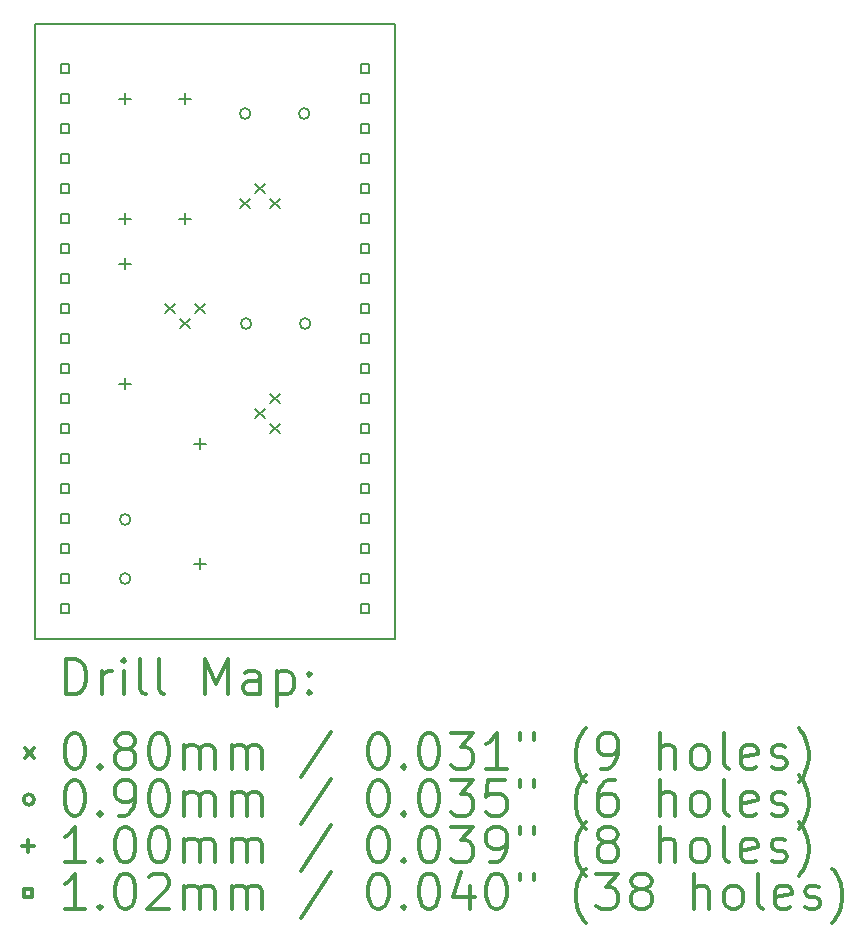
<source format=gbr>
%FSLAX45Y45*%
G04 Gerber Fmt 4.5, Leading zero omitted, Abs format (unit mm)*
G04 Created by KiCad (PCBNEW 4.0.3+e1-6302~38~ubuntu16.04.1-stable) date Thu Aug 25 11:34:35 2016*
%MOMM*%
%LPD*%
G01*
G04 APERTURE LIST*
%ADD10C,0.127000*%
%ADD11C,0.150000*%
%ADD12C,0.200000*%
%ADD13C,0.300000*%
G04 APERTURE END LIST*
D10*
D11*
X8890000Y-6604000D02*
X5842000Y-6604000D01*
X8890000Y-11811000D02*
X8890000Y-6604000D01*
X5842000Y-11811000D02*
X8890000Y-11811000D01*
X5842000Y-6604000D02*
X5842000Y-11811000D01*
D12*
X6945000Y-8977000D02*
X7025000Y-9057000D01*
X7025000Y-8977000D02*
X6945000Y-9057000D01*
X7072000Y-9104000D02*
X7152000Y-9184000D01*
X7152000Y-9104000D02*
X7072000Y-9184000D01*
X7199000Y-8977000D02*
X7279000Y-9057000D01*
X7279000Y-8977000D02*
X7199000Y-9057000D01*
X7580000Y-8088000D02*
X7660000Y-8168000D01*
X7660000Y-8088000D02*
X7580000Y-8168000D01*
X7707000Y-7961000D02*
X7787000Y-8041000D01*
X7787000Y-7961000D02*
X7707000Y-8041000D01*
X7707000Y-9866000D02*
X7787000Y-9946000D01*
X7787000Y-9866000D02*
X7707000Y-9946000D01*
X7834000Y-8088000D02*
X7914000Y-8168000D01*
X7914000Y-8088000D02*
X7834000Y-8168000D01*
X7834000Y-9739000D02*
X7914000Y-9819000D01*
X7914000Y-9739000D02*
X7834000Y-9819000D01*
X7834000Y-9993000D02*
X7914000Y-10073000D01*
X7914000Y-9993000D02*
X7834000Y-10073000D01*
X6649000Y-10803000D02*
G75*
G03X6649000Y-10803000I-45000J0D01*
G01*
X6649000Y-11303000D02*
G75*
G03X6649000Y-11303000I-45000J0D01*
G01*
X7665000Y-7366000D02*
G75*
G03X7665000Y-7366000I-45000J0D01*
G01*
X7673000Y-9144000D02*
G75*
G03X7673000Y-9144000I-45000J0D01*
G01*
X8165000Y-7366000D02*
G75*
G03X8165000Y-7366000I-45000J0D01*
G01*
X8173000Y-9144000D02*
G75*
G03X8173000Y-9144000I-45000J0D01*
G01*
X6604000Y-7188962D02*
X6604000Y-7289038D01*
X6553962Y-7239000D02*
X6654038Y-7239000D01*
X6604000Y-8204962D02*
X6604000Y-8305038D01*
X6553962Y-8255000D02*
X6654038Y-8255000D01*
X6604000Y-8585962D02*
X6604000Y-8686038D01*
X6553962Y-8636000D02*
X6654038Y-8636000D01*
X6604000Y-9601962D02*
X6604000Y-9702038D01*
X6553962Y-9652000D02*
X6654038Y-9652000D01*
X7112000Y-7188962D02*
X7112000Y-7289038D01*
X7061962Y-7239000D02*
X7162038Y-7239000D01*
X7112000Y-8204962D02*
X7112000Y-8305038D01*
X7061962Y-8255000D02*
X7162038Y-8255000D01*
X7239000Y-10109962D02*
X7239000Y-10210038D01*
X7188962Y-10160000D02*
X7289038Y-10160000D01*
X7239000Y-11125962D02*
X7239000Y-11226038D01*
X7188962Y-11176000D02*
X7289038Y-11176000D01*
X6131921Y-7020921D02*
X6131921Y-6949079D01*
X6060079Y-6949079D01*
X6060079Y-7020921D01*
X6131921Y-7020921D01*
X6131921Y-7274921D02*
X6131921Y-7203079D01*
X6060079Y-7203079D01*
X6060079Y-7274921D01*
X6131921Y-7274921D01*
X6131921Y-7528921D02*
X6131921Y-7457079D01*
X6060079Y-7457079D01*
X6060079Y-7528921D01*
X6131921Y-7528921D01*
X6131921Y-7782921D02*
X6131921Y-7711079D01*
X6060079Y-7711079D01*
X6060079Y-7782921D01*
X6131921Y-7782921D01*
X6131921Y-8036921D02*
X6131921Y-7965079D01*
X6060079Y-7965079D01*
X6060079Y-8036921D01*
X6131921Y-8036921D01*
X6131921Y-8290921D02*
X6131921Y-8219079D01*
X6060079Y-8219079D01*
X6060079Y-8290921D01*
X6131921Y-8290921D01*
X6131921Y-8544921D02*
X6131921Y-8473079D01*
X6060079Y-8473079D01*
X6060079Y-8544921D01*
X6131921Y-8544921D01*
X6131921Y-8798921D02*
X6131921Y-8727079D01*
X6060079Y-8727079D01*
X6060079Y-8798921D01*
X6131921Y-8798921D01*
X6131921Y-9052921D02*
X6131921Y-8981079D01*
X6060079Y-8981079D01*
X6060079Y-9052921D01*
X6131921Y-9052921D01*
X6131921Y-9306921D02*
X6131921Y-9235079D01*
X6060079Y-9235079D01*
X6060079Y-9306921D01*
X6131921Y-9306921D01*
X6131921Y-9560921D02*
X6131921Y-9489079D01*
X6060079Y-9489079D01*
X6060079Y-9560921D01*
X6131921Y-9560921D01*
X6131921Y-9814921D02*
X6131921Y-9743079D01*
X6060079Y-9743079D01*
X6060079Y-9814921D01*
X6131921Y-9814921D01*
X6131921Y-10068921D02*
X6131921Y-9997079D01*
X6060079Y-9997079D01*
X6060079Y-10068921D01*
X6131921Y-10068921D01*
X6131921Y-10322921D02*
X6131921Y-10251079D01*
X6060079Y-10251079D01*
X6060079Y-10322921D01*
X6131921Y-10322921D01*
X6131921Y-10576921D02*
X6131921Y-10505079D01*
X6060079Y-10505079D01*
X6060079Y-10576921D01*
X6131921Y-10576921D01*
X6131921Y-10830921D02*
X6131921Y-10759079D01*
X6060079Y-10759079D01*
X6060079Y-10830921D01*
X6131921Y-10830921D01*
X6131921Y-11084921D02*
X6131921Y-11013079D01*
X6060079Y-11013079D01*
X6060079Y-11084921D01*
X6131921Y-11084921D01*
X6131921Y-11338921D02*
X6131921Y-11267079D01*
X6060079Y-11267079D01*
X6060079Y-11338921D01*
X6131921Y-11338921D01*
X6131921Y-11592921D02*
X6131921Y-11521079D01*
X6060079Y-11521079D01*
X6060079Y-11592921D01*
X6131921Y-11592921D01*
X8671921Y-7020921D02*
X8671921Y-6949079D01*
X8600079Y-6949079D01*
X8600079Y-7020921D01*
X8671921Y-7020921D01*
X8671921Y-7274921D02*
X8671921Y-7203079D01*
X8600079Y-7203079D01*
X8600079Y-7274921D01*
X8671921Y-7274921D01*
X8671921Y-7528921D02*
X8671921Y-7457079D01*
X8600079Y-7457079D01*
X8600079Y-7528921D01*
X8671921Y-7528921D01*
X8671921Y-7782921D02*
X8671921Y-7711079D01*
X8600079Y-7711079D01*
X8600079Y-7782921D01*
X8671921Y-7782921D01*
X8671921Y-8036921D02*
X8671921Y-7965079D01*
X8600079Y-7965079D01*
X8600079Y-8036921D01*
X8671921Y-8036921D01*
X8671921Y-8290921D02*
X8671921Y-8219079D01*
X8600079Y-8219079D01*
X8600079Y-8290921D01*
X8671921Y-8290921D01*
X8671921Y-8544921D02*
X8671921Y-8473079D01*
X8600079Y-8473079D01*
X8600079Y-8544921D01*
X8671921Y-8544921D01*
X8671921Y-8798921D02*
X8671921Y-8727079D01*
X8600079Y-8727079D01*
X8600079Y-8798921D01*
X8671921Y-8798921D01*
X8671921Y-9052921D02*
X8671921Y-8981079D01*
X8600079Y-8981079D01*
X8600079Y-9052921D01*
X8671921Y-9052921D01*
X8671921Y-9306921D02*
X8671921Y-9235079D01*
X8600079Y-9235079D01*
X8600079Y-9306921D01*
X8671921Y-9306921D01*
X8671921Y-9560921D02*
X8671921Y-9489079D01*
X8600079Y-9489079D01*
X8600079Y-9560921D01*
X8671921Y-9560921D01*
X8671921Y-9814921D02*
X8671921Y-9743079D01*
X8600079Y-9743079D01*
X8600079Y-9814921D01*
X8671921Y-9814921D01*
X8671921Y-10068921D02*
X8671921Y-9997079D01*
X8600079Y-9997079D01*
X8600079Y-10068921D01*
X8671921Y-10068921D01*
X8671921Y-10322921D02*
X8671921Y-10251079D01*
X8600079Y-10251079D01*
X8600079Y-10322921D01*
X8671921Y-10322921D01*
X8671921Y-10576921D02*
X8671921Y-10505079D01*
X8600079Y-10505079D01*
X8600079Y-10576921D01*
X8671921Y-10576921D01*
X8671921Y-10830921D02*
X8671921Y-10759079D01*
X8600079Y-10759079D01*
X8600079Y-10830921D01*
X8671921Y-10830921D01*
X8671921Y-11084921D02*
X8671921Y-11013079D01*
X8600079Y-11013079D01*
X8600079Y-11084921D01*
X8671921Y-11084921D01*
X8671921Y-11338921D02*
X8671921Y-11267079D01*
X8600079Y-11267079D01*
X8600079Y-11338921D01*
X8671921Y-11338921D01*
X8671921Y-11592921D02*
X8671921Y-11521079D01*
X8600079Y-11521079D01*
X8600079Y-11592921D01*
X8671921Y-11592921D01*
D13*
X6105928Y-12284214D02*
X6105928Y-11984214D01*
X6177357Y-11984214D01*
X6220214Y-11998500D01*
X6248786Y-12027071D01*
X6263071Y-12055643D01*
X6277357Y-12112786D01*
X6277357Y-12155643D01*
X6263071Y-12212786D01*
X6248786Y-12241357D01*
X6220214Y-12269929D01*
X6177357Y-12284214D01*
X6105928Y-12284214D01*
X6405928Y-12284214D02*
X6405928Y-12084214D01*
X6405928Y-12141357D02*
X6420214Y-12112786D01*
X6434500Y-12098500D01*
X6463071Y-12084214D01*
X6491643Y-12084214D01*
X6591643Y-12284214D02*
X6591643Y-12084214D01*
X6591643Y-11984214D02*
X6577357Y-11998500D01*
X6591643Y-12012786D01*
X6605928Y-11998500D01*
X6591643Y-11984214D01*
X6591643Y-12012786D01*
X6777357Y-12284214D02*
X6748786Y-12269929D01*
X6734500Y-12241357D01*
X6734500Y-11984214D01*
X6934500Y-12284214D02*
X6905928Y-12269929D01*
X6891643Y-12241357D01*
X6891643Y-11984214D01*
X7277357Y-12284214D02*
X7277357Y-11984214D01*
X7377357Y-12198500D01*
X7477357Y-11984214D01*
X7477357Y-12284214D01*
X7748786Y-12284214D02*
X7748786Y-12127071D01*
X7734500Y-12098500D01*
X7705928Y-12084214D01*
X7648786Y-12084214D01*
X7620214Y-12098500D01*
X7748786Y-12269929D02*
X7720214Y-12284214D01*
X7648786Y-12284214D01*
X7620214Y-12269929D01*
X7605928Y-12241357D01*
X7605928Y-12212786D01*
X7620214Y-12184214D01*
X7648786Y-12169929D01*
X7720214Y-12169929D01*
X7748786Y-12155643D01*
X7891643Y-12084214D02*
X7891643Y-12384214D01*
X7891643Y-12098500D02*
X7920214Y-12084214D01*
X7977357Y-12084214D01*
X8005928Y-12098500D01*
X8020214Y-12112786D01*
X8034500Y-12141357D01*
X8034500Y-12227071D01*
X8020214Y-12255643D01*
X8005928Y-12269929D01*
X7977357Y-12284214D01*
X7920214Y-12284214D01*
X7891643Y-12269929D01*
X8163071Y-12255643D02*
X8177357Y-12269929D01*
X8163071Y-12284214D01*
X8148786Y-12269929D01*
X8163071Y-12255643D01*
X8163071Y-12284214D01*
X8163071Y-12098500D02*
X8177357Y-12112786D01*
X8163071Y-12127071D01*
X8148786Y-12112786D01*
X8163071Y-12098500D01*
X8163071Y-12127071D01*
X5754500Y-12738500D02*
X5834500Y-12818500D01*
X5834500Y-12738500D02*
X5754500Y-12818500D01*
X6163071Y-12614214D02*
X6191643Y-12614214D01*
X6220214Y-12628500D01*
X6234500Y-12642786D01*
X6248786Y-12671357D01*
X6263071Y-12728500D01*
X6263071Y-12799929D01*
X6248786Y-12857071D01*
X6234500Y-12885643D01*
X6220214Y-12899929D01*
X6191643Y-12914214D01*
X6163071Y-12914214D01*
X6134500Y-12899929D01*
X6120214Y-12885643D01*
X6105928Y-12857071D01*
X6091643Y-12799929D01*
X6091643Y-12728500D01*
X6105928Y-12671357D01*
X6120214Y-12642786D01*
X6134500Y-12628500D01*
X6163071Y-12614214D01*
X6391643Y-12885643D02*
X6405928Y-12899929D01*
X6391643Y-12914214D01*
X6377357Y-12899929D01*
X6391643Y-12885643D01*
X6391643Y-12914214D01*
X6577357Y-12742786D02*
X6548786Y-12728500D01*
X6534500Y-12714214D01*
X6520214Y-12685643D01*
X6520214Y-12671357D01*
X6534500Y-12642786D01*
X6548786Y-12628500D01*
X6577357Y-12614214D01*
X6634500Y-12614214D01*
X6663071Y-12628500D01*
X6677357Y-12642786D01*
X6691643Y-12671357D01*
X6691643Y-12685643D01*
X6677357Y-12714214D01*
X6663071Y-12728500D01*
X6634500Y-12742786D01*
X6577357Y-12742786D01*
X6548786Y-12757071D01*
X6534500Y-12771357D01*
X6520214Y-12799929D01*
X6520214Y-12857071D01*
X6534500Y-12885643D01*
X6548786Y-12899929D01*
X6577357Y-12914214D01*
X6634500Y-12914214D01*
X6663071Y-12899929D01*
X6677357Y-12885643D01*
X6691643Y-12857071D01*
X6691643Y-12799929D01*
X6677357Y-12771357D01*
X6663071Y-12757071D01*
X6634500Y-12742786D01*
X6877357Y-12614214D02*
X6905928Y-12614214D01*
X6934500Y-12628500D01*
X6948786Y-12642786D01*
X6963071Y-12671357D01*
X6977357Y-12728500D01*
X6977357Y-12799929D01*
X6963071Y-12857071D01*
X6948786Y-12885643D01*
X6934500Y-12899929D01*
X6905928Y-12914214D01*
X6877357Y-12914214D01*
X6848786Y-12899929D01*
X6834500Y-12885643D01*
X6820214Y-12857071D01*
X6805928Y-12799929D01*
X6805928Y-12728500D01*
X6820214Y-12671357D01*
X6834500Y-12642786D01*
X6848786Y-12628500D01*
X6877357Y-12614214D01*
X7105928Y-12914214D02*
X7105928Y-12714214D01*
X7105928Y-12742786D02*
X7120214Y-12728500D01*
X7148786Y-12714214D01*
X7191643Y-12714214D01*
X7220214Y-12728500D01*
X7234500Y-12757071D01*
X7234500Y-12914214D01*
X7234500Y-12757071D02*
X7248786Y-12728500D01*
X7277357Y-12714214D01*
X7320214Y-12714214D01*
X7348786Y-12728500D01*
X7363071Y-12757071D01*
X7363071Y-12914214D01*
X7505928Y-12914214D02*
X7505928Y-12714214D01*
X7505928Y-12742786D02*
X7520214Y-12728500D01*
X7548786Y-12714214D01*
X7591643Y-12714214D01*
X7620214Y-12728500D01*
X7634500Y-12757071D01*
X7634500Y-12914214D01*
X7634500Y-12757071D02*
X7648786Y-12728500D01*
X7677357Y-12714214D01*
X7720214Y-12714214D01*
X7748786Y-12728500D01*
X7763071Y-12757071D01*
X7763071Y-12914214D01*
X8348786Y-12599929D02*
X8091643Y-12985643D01*
X8734500Y-12614214D02*
X8763071Y-12614214D01*
X8791643Y-12628500D01*
X8805928Y-12642786D01*
X8820214Y-12671357D01*
X8834500Y-12728500D01*
X8834500Y-12799929D01*
X8820214Y-12857071D01*
X8805928Y-12885643D01*
X8791643Y-12899929D01*
X8763071Y-12914214D01*
X8734500Y-12914214D01*
X8705928Y-12899929D01*
X8691643Y-12885643D01*
X8677357Y-12857071D01*
X8663071Y-12799929D01*
X8663071Y-12728500D01*
X8677357Y-12671357D01*
X8691643Y-12642786D01*
X8705928Y-12628500D01*
X8734500Y-12614214D01*
X8963071Y-12885643D02*
X8977357Y-12899929D01*
X8963071Y-12914214D01*
X8948786Y-12899929D01*
X8963071Y-12885643D01*
X8963071Y-12914214D01*
X9163071Y-12614214D02*
X9191643Y-12614214D01*
X9220214Y-12628500D01*
X9234500Y-12642786D01*
X9248786Y-12671357D01*
X9263071Y-12728500D01*
X9263071Y-12799929D01*
X9248786Y-12857071D01*
X9234500Y-12885643D01*
X9220214Y-12899929D01*
X9191643Y-12914214D01*
X9163071Y-12914214D01*
X9134500Y-12899929D01*
X9120214Y-12885643D01*
X9105928Y-12857071D01*
X9091643Y-12799929D01*
X9091643Y-12728500D01*
X9105928Y-12671357D01*
X9120214Y-12642786D01*
X9134500Y-12628500D01*
X9163071Y-12614214D01*
X9363071Y-12614214D02*
X9548786Y-12614214D01*
X9448786Y-12728500D01*
X9491643Y-12728500D01*
X9520214Y-12742786D01*
X9534500Y-12757071D01*
X9548786Y-12785643D01*
X9548786Y-12857071D01*
X9534500Y-12885643D01*
X9520214Y-12899929D01*
X9491643Y-12914214D01*
X9405928Y-12914214D01*
X9377357Y-12899929D01*
X9363071Y-12885643D01*
X9834500Y-12914214D02*
X9663071Y-12914214D01*
X9748786Y-12914214D02*
X9748786Y-12614214D01*
X9720214Y-12657071D01*
X9691643Y-12685643D01*
X9663071Y-12699929D01*
X9948786Y-12614214D02*
X9948786Y-12671357D01*
X10063071Y-12614214D02*
X10063071Y-12671357D01*
X10505928Y-13028500D02*
X10491643Y-13014214D01*
X10463071Y-12971357D01*
X10448786Y-12942786D01*
X10434500Y-12899929D01*
X10420214Y-12828500D01*
X10420214Y-12771357D01*
X10434500Y-12699929D01*
X10448786Y-12657071D01*
X10463071Y-12628500D01*
X10491643Y-12585643D01*
X10505928Y-12571357D01*
X10634500Y-12914214D02*
X10691643Y-12914214D01*
X10720214Y-12899929D01*
X10734500Y-12885643D01*
X10763071Y-12842786D01*
X10777357Y-12785643D01*
X10777357Y-12671357D01*
X10763071Y-12642786D01*
X10748786Y-12628500D01*
X10720214Y-12614214D01*
X10663071Y-12614214D01*
X10634500Y-12628500D01*
X10620214Y-12642786D01*
X10605928Y-12671357D01*
X10605928Y-12742786D01*
X10620214Y-12771357D01*
X10634500Y-12785643D01*
X10663071Y-12799929D01*
X10720214Y-12799929D01*
X10748786Y-12785643D01*
X10763071Y-12771357D01*
X10777357Y-12742786D01*
X11134500Y-12914214D02*
X11134500Y-12614214D01*
X11263071Y-12914214D02*
X11263071Y-12757071D01*
X11248785Y-12728500D01*
X11220214Y-12714214D01*
X11177357Y-12714214D01*
X11148786Y-12728500D01*
X11134500Y-12742786D01*
X11448785Y-12914214D02*
X11420214Y-12899929D01*
X11405928Y-12885643D01*
X11391643Y-12857071D01*
X11391643Y-12771357D01*
X11405928Y-12742786D01*
X11420214Y-12728500D01*
X11448785Y-12714214D01*
X11491643Y-12714214D01*
X11520214Y-12728500D01*
X11534500Y-12742786D01*
X11548785Y-12771357D01*
X11548785Y-12857071D01*
X11534500Y-12885643D01*
X11520214Y-12899929D01*
X11491643Y-12914214D01*
X11448785Y-12914214D01*
X11720214Y-12914214D02*
X11691643Y-12899929D01*
X11677357Y-12871357D01*
X11677357Y-12614214D01*
X11948786Y-12899929D02*
X11920214Y-12914214D01*
X11863071Y-12914214D01*
X11834500Y-12899929D01*
X11820214Y-12871357D01*
X11820214Y-12757071D01*
X11834500Y-12728500D01*
X11863071Y-12714214D01*
X11920214Y-12714214D01*
X11948786Y-12728500D01*
X11963071Y-12757071D01*
X11963071Y-12785643D01*
X11820214Y-12814214D01*
X12077357Y-12899929D02*
X12105928Y-12914214D01*
X12163071Y-12914214D01*
X12191643Y-12899929D01*
X12205928Y-12871357D01*
X12205928Y-12857071D01*
X12191643Y-12828500D01*
X12163071Y-12814214D01*
X12120214Y-12814214D01*
X12091643Y-12799929D01*
X12077357Y-12771357D01*
X12077357Y-12757071D01*
X12091643Y-12728500D01*
X12120214Y-12714214D01*
X12163071Y-12714214D01*
X12191643Y-12728500D01*
X12305928Y-13028500D02*
X12320214Y-13014214D01*
X12348786Y-12971357D01*
X12363071Y-12942786D01*
X12377357Y-12899929D01*
X12391643Y-12828500D01*
X12391643Y-12771357D01*
X12377357Y-12699929D01*
X12363071Y-12657071D01*
X12348786Y-12628500D01*
X12320214Y-12585643D01*
X12305928Y-12571357D01*
X5834500Y-13174500D02*
G75*
G03X5834500Y-13174500I-45000J0D01*
G01*
X6163071Y-13010214D02*
X6191643Y-13010214D01*
X6220214Y-13024500D01*
X6234500Y-13038786D01*
X6248786Y-13067357D01*
X6263071Y-13124500D01*
X6263071Y-13195929D01*
X6248786Y-13253071D01*
X6234500Y-13281643D01*
X6220214Y-13295929D01*
X6191643Y-13310214D01*
X6163071Y-13310214D01*
X6134500Y-13295929D01*
X6120214Y-13281643D01*
X6105928Y-13253071D01*
X6091643Y-13195929D01*
X6091643Y-13124500D01*
X6105928Y-13067357D01*
X6120214Y-13038786D01*
X6134500Y-13024500D01*
X6163071Y-13010214D01*
X6391643Y-13281643D02*
X6405928Y-13295929D01*
X6391643Y-13310214D01*
X6377357Y-13295929D01*
X6391643Y-13281643D01*
X6391643Y-13310214D01*
X6548786Y-13310214D02*
X6605928Y-13310214D01*
X6634500Y-13295929D01*
X6648786Y-13281643D01*
X6677357Y-13238786D01*
X6691643Y-13181643D01*
X6691643Y-13067357D01*
X6677357Y-13038786D01*
X6663071Y-13024500D01*
X6634500Y-13010214D01*
X6577357Y-13010214D01*
X6548786Y-13024500D01*
X6534500Y-13038786D01*
X6520214Y-13067357D01*
X6520214Y-13138786D01*
X6534500Y-13167357D01*
X6548786Y-13181643D01*
X6577357Y-13195929D01*
X6634500Y-13195929D01*
X6663071Y-13181643D01*
X6677357Y-13167357D01*
X6691643Y-13138786D01*
X6877357Y-13010214D02*
X6905928Y-13010214D01*
X6934500Y-13024500D01*
X6948786Y-13038786D01*
X6963071Y-13067357D01*
X6977357Y-13124500D01*
X6977357Y-13195929D01*
X6963071Y-13253071D01*
X6948786Y-13281643D01*
X6934500Y-13295929D01*
X6905928Y-13310214D01*
X6877357Y-13310214D01*
X6848786Y-13295929D01*
X6834500Y-13281643D01*
X6820214Y-13253071D01*
X6805928Y-13195929D01*
X6805928Y-13124500D01*
X6820214Y-13067357D01*
X6834500Y-13038786D01*
X6848786Y-13024500D01*
X6877357Y-13010214D01*
X7105928Y-13310214D02*
X7105928Y-13110214D01*
X7105928Y-13138786D02*
X7120214Y-13124500D01*
X7148786Y-13110214D01*
X7191643Y-13110214D01*
X7220214Y-13124500D01*
X7234500Y-13153071D01*
X7234500Y-13310214D01*
X7234500Y-13153071D02*
X7248786Y-13124500D01*
X7277357Y-13110214D01*
X7320214Y-13110214D01*
X7348786Y-13124500D01*
X7363071Y-13153071D01*
X7363071Y-13310214D01*
X7505928Y-13310214D02*
X7505928Y-13110214D01*
X7505928Y-13138786D02*
X7520214Y-13124500D01*
X7548786Y-13110214D01*
X7591643Y-13110214D01*
X7620214Y-13124500D01*
X7634500Y-13153071D01*
X7634500Y-13310214D01*
X7634500Y-13153071D02*
X7648786Y-13124500D01*
X7677357Y-13110214D01*
X7720214Y-13110214D01*
X7748786Y-13124500D01*
X7763071Y-13153071D01*
X7763071Y-13310214D01*
X8348786Y-12995929D02*
X8091643Y-13381643D01*
X8734500Y-13010214D02*
X8763071Y-13010214D01*
X8791643Y-13024500D01*
X8805928Y-13038786D01*
X8820214Y-13067357D01*
X8834500Y-13124500D01*
X8834500Y-13195929D01*
X8820214Y-13253071D01*
X8805928Y-13281643D01*
X8791643Y-13295929D01*
X8763071Y-13310214D01*
X8734500Y-13310214D01*
X8705928Y-13295929D01*
X8691643Y-13281643D01*
X8677357Y-13253071D01*
X8663071Y-13195929D01*
X8663071Y-13124500D01*
X8677357Y-13067357D01*
X8691643Y-13038786D01*
X8705928Y-13024500D01*
X8734500Y-13010214D01*
X8963071Y-13281643D02*
X8977357Y-13295929D01*
X8963071Y-13310214D01*
X8948786Y-13295929D01*
X8963071Y-13281643D01*
X8963071Y-13310214D01*
X9163071Y-13010214D02*
X9191643Y-13010214D01*
X9220214Y-13024500D01*
X9234500Y-13038786D01*
X9248786Y-13067357D01*
X9263071Y-13124500D01*
X9263071Y-13195929D01*
X9248786Y-13253071D01*
X9234500Y-13281643D01*
X9220214Y-13295929D01*
X9191643Y-13310214D01*
X9163071Y-13310214D01*
X9134500Y-13295929D01*
X9120214Y-13281643D01*
X9105928Y-13253071D01*
X9091643Y-13195929D01*
X9091643Y-13124500D01*
X9105928Y-13067357D01*
X9120214Y-13038786D01*
X9134500Y-13024500D01*
X9163071Y-13010214D01*
X9363071Y-13010214D02*
X9548786Y-13010214D01*
X9448786Y-13124500D01*
X9491643Y-13124500D01*
X9520214Y-13138786D01*
X9534500Y-13153071D01*
X9548786Y-13181643D01*
X9548786Y-13253071D01*
X9534500Y-13281643D01*
X9520214Y-13295929D01*
X9491643Y-13310214D01*
X9405928Y-13310214D01*
X9377357Y-13295929D01*
X9363071Y-13281643D01*
X9820214Y-13010214D02*
X9677357Y-13010214D01*
X9663071Y-13153071D01*
X9677357Y-13138786D01*
X9705928Y-13124500D01*
X9777357Y-13124500D01*
X9805928Y-13138786D01*
X9820214Y-13153071D01*
X9834500Y-13181643D01*
X9834500Y-13253071D01*
X9820214Y-13281643D01*
X9805928Y-13295929D01*
X9777357Y-13310214D01*
X9705928Y-13310214D01*
X9677357Y-13295929D01*
X9663071Y-13281643D01*
X9948786Y-13010214D02*
X9948786Y-13067357D01*
X10063071Y-13010214D02*
X10063071Y-13067357D01*
X10505928Y-13424500D02*
X10491643Y-13410214D01*
X10463071Y-13367357D01*
X10448786Y-13338786D01*
X10434500Y-13295929D01*
X10420214Y-13224500D01*
X10420214Y-13167357D01*
X10434500Y-13095929D01*
X10448786Y-13053071D01*
X10463071Y-13024500D01*
X10491643Y-12981643D01*
X10505928Y-12967357D01*
X10748786Y-13010214D02*
X10691643Y-13010214D01*
X10663071Y-13024500D01*
X10648786Y-13038786D01*
X10620214Y-13081643D01*
X10605928Y-13138786D01*
X10605928Y-13253071D01*
X10620214Y-13281643D01*
X10634500Y-13295929D01*
X10663071Y-13310214D01*
X10720214Y-13310214D01*
X10748786Y-13295929D01*
X10763071Y-13281643D01*
X10777357Y-13253071D01*
X10777357Y-13181643D01*
X10763071Y-13153071D01*
X10748786Y-13138786D01*
X10720214Y-13124500D01*
X10663071Y-13124500D01*
X10634500Y-13138786D01*
X10620214Y-13153071D01*
X10605928Y-13181643D01*
X11134500Y-13310214D02*
X11134500Y-13010214D01*
X11263071Y-13310214D02*
X11263071Y-13153071D01*
X11248785Y-13124500D01*
X11220214Y-13110214D01*
X11177357Y-13110214D01*
X11148786Y-13124500D01*
X11134500Y-13138786D01*
X11448785Y-13310214D02*
X11420214Y-13295929D01*
X11405928Y-13281643D01*
X11391643Y-13253071D01*
X11391643Y-13167357D01*
X11405928Y-13138786D01*
X11420214Y-13124500D01*
X11448785Y-13110214D01*
X11491643Y-13110214D01*
X11520214Y-13124500D01*
X11534500Y-13138786D01*
X11548785Y-13167357D01*
X11548785Y-13253071D01*
X11534500Y-13281643D01*
X11520214Y-13295929D01*
X11491643Y-13310214D01*
X11448785Y-13310214D01*
X11720214Y-13310214D02*
X11691643Y-13295929D01*
X11677357Y-13267357D01*
X11677357Y-13010214D01*
X11948786Y-13295929D02*
X11920214Y-13310214D01*
X11863071Y-13310214D01*
X11834500Y-13295929D01*
X11820214Y-13267357D01*
X11820214Y-13153071D01*
X11834500Y-13124500D01*
X11863071Y-13110214D01*
X11920214Y-13110214D01*
X11948786Y-13124500D01*
X11963071Y-13153071D01*
X11963071Y-13181643D01*
X11820214Y-13210214D01*
X12077357Y-13295929D02*
X12105928Y-13310214D01*
X12163071Y-13310214D01*
X12191643Y-13295929D01*
X12205928Y-13267357D01*
X12205928Y-13253071D01*
X12191643Y-13224500D01*
X12163071Y-13210214D01*
X12120214Y-13210214D01*
X12091643Y-13195929D01*
X12077357Y-13167357D01*
X12077357Y-13153071D01*
X12091643Y-13124500D01*
X12120214Y-13110214D01*
X12163071Y-13110214D01*
X12191643Y-13124500D01*
X12305928Y-13424500D02*
X12320214Y-13410214D01*
X12348786Y-13367357D01*
X12363071Y-13338786D01*
X12377357Y-13295929D01*
X12391643Y-13224500D01*
X12391643Y-13167357D01*
X12377357Y-13095929D01*
X12363071Y-13053071D01*
X12348786Y-13024500D01*
X12320214Y-12981643D01*
X12305928Y-12967357D01*
X5784462Y-13520462D02*
X5784462Y-13620538D01*
X5734424Y-13570500D02*
X5834500Y-13570500D01*
X6263071Y-13706214D02*
X6091643Y-13706214D01*
X6177357Y-13706214D02*
X6177357Y-13406214D01*
X6148786Y-13449071D01*
X6120214Y-13477643D01*
X6091643Y-13491929D01*
X6391643Y-13677643D02*
X6405928Y-13691929D01*
X6391643Y-13706214D01*
X6377357Y-13691929D01*
X6391643Y-13677643D01*
X6391643Y-13706214D01*
X6591643Y-13406214D02*
X6620214Y-13406214D01*
X6648786Y-13420500D01*
X6663071Y-13434786D01*
X6677357Y-13463357D01*
X6691643Y-13520500D01*
X6691643Y-13591929D01*
X6677357Y-13649071D01*
X6663071Y-13677643D01*
X6648786Y-13691929D01*
X6620214Y-13706214D01*
X6591643Y-13706214D01*
X6563071Y-13691929D01*
X6548786Y-13677643D01*
X6534500Y-13649071D01*
X6520214Y-13591929D01*
X6520214Y-13520500D01*
X6534500Y-13463357D01*
X6548786Y-13434786D01*
X6563071Y-13420500D01*
X6591643Y-13406214D01*
X6877357Y-13406214D02*
X6905928Y-13406214D01*
X6934500Y-13420500D01*
X6948786Y-13434786D01*
X6963071Y-13463357D01*
X6977357Y-13520500D01*
X6977357Y-13591929D01*
X6963071Y-13649071D01*
X6948786Y-13677643D01*
X6934500Y-13691929D01*
X6905928Y-13706214D01*
X6877357Y-13706214D01*
X6848786Y-13691929D01*
X6834500Y-13677643D01*
X6820214Y-13649071D01*
X6805928Y-13591929D01*
X6805928Y-13520500D01*
X6820214Y-13463357D01*
X6834500Y-13434786D01*
X6848786Y-13420500D01*
X6877357Y-13406214D01*
X7105928Y-13706214D02*
X7105928Y-13506214D01*
X7105928Y-13534786D02*
X7120214Y-13520500D01*
X7148786Y-13506214D01*
X7191643Y-13506214D01*
X7220214Y-13520500D01*
X7234500Y-13549071D01*
X7234500Y-13706214D01*
X7234500Y-13549071D02*
X7248786Y-13520500D01*
X7277357Y-13506214D01*
X7320214Y-13506214D01*
X7348786Y-13520500D01*
X7363071Y-13549071D01*
X7363071Y-13706214D01*
X7505928Y-13706214D02*
X7505928Y-13506214D01*
X7505928Y-13534786D02*
X7520214Y-13520500D01*
X7548786Y-13506214D01*
X7591643Y-13506214D01*
X7620214Y-13520500D01*
X7634500Y-13549071D01*
X7634500Y-13706214D01*
X7634500Y-13549071D02*
X7648786Y-13520500D01*
X7677357Y-13506214D01*
X7720214Y-13506214D01*
X7748786Y-13520500D01*
X7763071Y-13549071D01*
X7763071Y-13706214D01*
X8348786Y-13391929D02*
X8091643Y-13777643D01*
X8734500Y-13406214D02*
X8763071Y-13406214D01*
X8791643Y-13420500D01*
X8805928Y-13434786D01*
X8820214Y-13463357D01*
X8834500Y-13520500D01*
X8834500Y-13591929D01*
X8820214Y-13649071D01*
X8805928Y-13677643D01*
X8791643Y-13691929D01*
X8763071Y-13706214D01*
X8734500Y-13706214D01*
X8705928Y-13691929D01*
X8691643Y-13677643D01*
X8677357Y-13649071D01*
X8663071Y-13591929D01*
X8663071Y-13520500D01*
X8677357Y-13463357D01*
X8691643Y-13434786D01*
X8705928Y-13420500D01*
X8734500Y-13406214D01*
X8963071Y-13677643D02*
X8977357Y-13691929D01*
X8963071Y-13706214D01*
X8948786Y-13691929D01*
X8963071Y-13677643D01*
X8963071Y-13706214D01*
X9163071Y-13406214D02*
X9191643Y-13406214D01*
X9220214Y-13420500D01*
X9234500Y-13434786D01*
X9248786Y-13463357D01*
X9263071Y-13520500D01*
X9263071Y-13591929D01*
X9248786Y-13649071D01*
X9234500Y-13677643D01*
X9220214Y-13691929D01*
X9191643Y-13706214D01*
X9163071Y-13706214D01*
X9134500Y-13691929D01*
X9120214Y-13677643D01*
X9105928Y-13649071D01*
X9091643Y-13591929D01*
X9091643Y-13520500D01*
X9105928Y-13463357D01*
X9120214Y-13434786D01*
X9134500Y-13420500D01*
X9163071Y-13406214D01*
X9363071Y-13406214D02*
X9548786Y-13406214D01*
X9448786Y-13520500D01*
X9491643Y-13520500D01*
X9520214Y-13534786D01*
X9534500Y-13549071D01*
X9548786Y-13577643D01*
X9548786Y-13649071D01*
X9534500Y-13677643D01*
X9520214Y-13691929D01*
X9491643Y-13706214D01*
X9405928Y-13706214D01*
X9377357Y-13691929D01*
X9363071Y-13677643D01*
X9691643Y-13706214D02*
X9748786Y-13706214D01*
X9777357Y-13691929D01*
X9791643Y-13677643D01*
X9820214Y-13634786D01*
X9834500Y-13577643D01*
X9834500Y-13463357D01*
X9820214Y-13434786D01*
X9805928Y-13420500D01*
X9777357Y-13406214D01*
X9720214Y-13406214D01*
X9691643Y-13420500D01*
X9677357Y-13434786D01*
X9663071Y-13463357D01*
X9663071Y-13534786D01*
X9677357Y-13563357D01*
X9691643Y-13577643D01*
X9720214Y-13591929D01*
X9777357Y-13591929D01*
X9805928Y-13577643D01*
X9820214Y-13563357D01*
X9834500Y-13534786D01*
X9948786Y-13406214D02*
X9948786Y-13463357D01*
X10063071Y-13406214D02*
X10063071Y-13463357D01*
X10505928Y-13820500D02*
X10491643Y-13806214D01*
X10463071Y-13763357D01*
X10448786Y-13734786D01*
X10434500Y-13691929D01*
X10420214Y-13620500D01*
X10420214Y-13563357D01*
X10434500Y-13491929D01*
X10448786Y-13449071D01*
X10463071Y-13420500D01*
X10491643Y-13377643D01*
X10505928Y-13363357D01*
X10663071Y-13534786D02*
X10634500Y-13520500D01*
X10620214Y-13506214D01*
X10605928Y-13477643D01*
X10605928Y-13463357D01*
X10620214Y-13434786D01*
X10634500Y-13420500D01*
X10663071Y-13406214D01*
X10720214Y-13406214D01*
X10748786Y-13420500D01*
X10763071Y-13434786D01*
X10777357Y-13463357D01*
X10777357Y-13477643D01*
X10763071Y-13506214D01*
X10748786Y-13520500D01*
X10720214Y-13534786D01*
X10663071Y-13534786D01*
X10634500Y-13549071D01*
X10620214Y-13563357D01*
X10605928Y-13591929D01*
X10605928Y-13649071D01*
X10620214Y-13677643D01*
X10634500Y-13691929D01*
X10663071Y-13706214D01*
X10720214Y-13706214D01*
X10748786Y-13691929D01*
X10763071Y-13677643D01*
X10777357Y-13649071D01*
X10777357Y-13591929D01*
X10763071Y-13563357D01*
X10748786Y-13549071D01*
X10720214Y-13534786D01*
X11134500Y-13706214D02*
X11134500Y-13406214D01*
X11263071Y-13706214D02*
X11263071Y-13549071D01*
X11248785Y-13520500D01*
X11220214Y-13506214D01*
X11177357Y-13506214D01*
X11148786Y-13520500D01*
X11134500Y-13534786D01*
X11448785Y-13706214D02*
X11420214Y-13691929D01*
X11405928Y-13677643D01*
X11391643Y-13649071D01*
X11391643Y-13563357D01*
X11405928Y-13534786D01*
X11420214Y-13520500D01*
X11448785Y-13506214D01*
X11491643Y-13506214D01*
X11520214Y-13520500D01*
X11534500Y-13534786D01*
X11548785Y-13563357D01*
X11548785Y-13649071D01*
X11534500Y-13677643D01*
X11520214Y-13691929D01*
X11491643Y-13706214D01*
X11448785Y-13706214D01*
X11720214Y-13706214D02*
X11691643Y-13691929D01*
X11677357Y-13663357D01*
X11677357Y-13406214D01*
X11948786Y-13691929D02*
X11920214Y-13706214D01*
X11863071Y-13706214D01*
X11834500Y-13691929D01*
X11820214Y-13663357D01*
X11820214Y-13549071D01*
X11834500Y-13520500D01*
X11863071Y-13506214D01*
X11920214Y-13506214D01*
X11948786Y-13520500D01*
X11963071Y-13549071D01*
X11963071Y-13577643D01*
X11820214Y-13606214D01*
X12077357Y-13691929D02*
X12105928Y-13706214D01*
X12163071Y-13706214D01*
X12191643Y-13691929D01*
X12205928Y-13663357D01*
X12205928Y-13649071D01*
X12191643Y-13620500D01*
X12163071Y-13606214D01*
X12120214Y-13606214D01*
X12091643Y-13591929D01*
X12077357Y-13563357D01*
X12077357Y-13549071D01*
X12091643Y-13520500D01*
X12120214Y-13506214D01*
X12163071Y-13506214D01*
X12191643Y-13520500D01*
X12305928Y-13820500D02*
X12320214Y-13806214D01*
X12348786Y-13763357D01*
X12363071Y-13734786D01*
X12377357Y-13691929D01*
X12391643Y-13620500D01*
X12391643Y-13563357D01*
X12377357Y-13491929D01*
X12363071Y-13449071D01*
X12348786Y-13420500D01*
X12320214Y-13377643D01*
X12305928Y-13363357D01*
X5819621Y-14002421D02*
X5819621Y-13930579D01*
X5747778Y-13930579D01*
X5747778Y-14002421D01*
X5819621Y-14002421D01*
X6263071Y-14102214D02*
X6091643Y-14102214D01*
X6177357Y-14102214D02*
X6177357Y-13802214D01*
X6148786Y-13845071D01*
X6120214Y-13873643D01*
X6091643Y-13887929D01*
X6391643Y-14073643D02*
X6405928Y-14087929D01*
X6391643Y-14102214D01*
X6377357Y-14087929D01*
X6391643Y-14073643D01*
X6391643Y-14102214D01*
X6591643Y-13802214D02*
X6620214Y-13802214D01*
X6648786Y-13816500D01*
X6663071Y-13830786D01*
X6677357Y-13859357D01*
X6691643Y-13916500D01*
X6691643Y-13987929D01*
X6677357Y-14045071D01*
X6663071Y-14073643D01*
X6648786Y-14087929D01*
X6620214Y-14102214D01*
X6591643Y-14102214D01*
X6563071Y-14087929D01*
X6548786Y-14073643D01*
X6534500Y-14045071D01*
X6520214Y-13987929D01*
X6520214Y-13916500D01*
X6534500Y-13859357D01*
X6548786Y-13830786D01*
X6563071Y-13816500D01*
X6591643Y-13802214D01*
X6805928Y-13830786D02*
X6820214Y-13816500D01*
X6848786Y-13802214D01*
X6920214Y-13802214D01*
X6948786Y-13816500D01*
X6963071Y-13830786D01*
X6977357Y-13859357D01*
X6977357Y-13887929D01*
X6963071Y-13930786D01*
X6791643Y-14102214D01*
X6977357Y-14102214D01*
X7105928Y-14102214D02*
X7105928Y-13902214D01*
X7105928Y-13930786D02*
X7120214Y-13916500D01*
X7148786Y-13902214D01*
X7191643Y-13902214D01*
X7220214Y-13916500D01*
X7234500Y-13945071D01*
X7234500Y-14102214D01*
X7234500Y-13945071D02*
X7248786Y-13916500D01*
X7277357Y-13902214D01*
X7320214Y-13902214D01*
X7348786Y-13916500D01*
X7363071Y-13945071D01*
X7363071Y-14102214D01*
X7505928Y-14102214D02*
X7505928Y-13902214D01*
X7505928Y-13930786D02*
X7520214Y-13916500D01*
X7548786Y-13902214D01*
X7591643Y-13902214D01*
X7620214Y-13916500D01*
X7634500Y-13945071D01*
X7634500Y-14102214D01*
X7634500Y-13945071D02*
X7648786Y-13916500D01*
X7677357Y-13902214D01*
X7720214Y-13902214D01*
X7748786Y-13916500D01*
X7763071Y-13945071D01*
X7763071Y-14102214D01*
X8348786Y-13787929D02*
X8091643Y-14173643D01*
X8734500Y-13802214D02*
X8763071Y-13802214D01*
X8791643Y-13816500D01*
X8805928Y-13830786D01*
X8820214Y-13859357D01*
X8834500Y-13916500D01*
X8834500Y-13987929D01*
X8820214Y-14045071D01*
X8805928Y-14073643D01*
X8791643Y-14087929D01*
X8763071Y-14102214D01*
X8734500Y-14102214D01*
X8705928Y-14087929D01*
X8691643Y-14073643D01*
X8677357Y-14045071D01*
X8663071Y-13987929D01*
X8663071Y-13916500D01*
X8677357Y-13859357D01*
X8691643Y-13830786D01*
X8705928Y-13816500D01*
X8734500Y-13802214D01*
X8963071Y-14073643D02*
X8977357Y-14087929D01*
X8963071Y-14102214D01*
X8948786Y-14087929D01*
X8963071Y-14073643D01*
X8963071Y-14102214D01*
X9163071Y-13802214D02*
X9191643Y-13802214D01*
X9220214Y-13816500D01*
X9234500Y-13830786D01*
X9248786Y-13859357D01*
X9263071Y-13916500D01*
X9263071Y-13987929D01*
X9248786Y-14045071D01*
X9234500Y-14073643D01*
X9220214Y-14087929D01*
X9191643Y-14102214D01*
X9163071Y-14102214D01*
X9134500Y-14087929D01*
X9120214Y-14073643D01*
X9105928Y-14045071D01*
X9091643Y-13987929D01*
X9091643Y-13916500D01*
X9105928Y-13859357D01*
X9120214Y-13830786D01*
X9134500Y-13816500D01*
X9163071Y-13802214D01*
X9520214Y-13902214D02*
X9520214Y-14102214D01*
X9448786Y-13787929D02*
X9377357Y-14002214D01*
X9563071Y-14002214D01*
X9734500Y-13802214D02*
X9763071Y-13802214D01*
X9791643Y-13816500D01*
X9805928Y-13830786D01*
X9820214Y-13859357D01*
X9834500Y-13916500D01*
X9834500Y-13987929D01*
X9820214Y-14045071D01*
X9805928Y-14073643D01*
X9791643Y-14087929D01*
X9763071Y-14102214D01*
X9734500Y-14102214D01*
X9705928Y-14087929D01*
X9691643Y-14073643D01*
X9677357Y-14045071D01*
X9663071Y-13987929D01*
X9663071Y-13916500D01*
X9677357Y-13859357D01*
X9691643Y-13830786D01*
X9705928Y-13816500D01*
X9734500Y-13802214D01*
X9948786Y-13802214D02*
X9948786Y-13859357D01*
X10063071Y-13802214D02*
X10063071Y-13859357D01*
X10505928Y-14216500D02*
X10491643Y-14202214D01*
X10463071Y-14159357D01*
X10448786Y-14130786D01*
X10434500Y-14087929D01*
X10420214Y-14016500D01*
X10420214Y-13959357D01*
X10434500Y-13887929D01*
X10448786Y-13845071D01*
X10463071Y-13816500D01*
X10491643Y-13773643D01*
X10505928Y-13759357D01*
X10591643Y-13802214D02*
X10777357Y-13802214D01*
X10677357Y-13916500D01*
X10720214Y-13916500D01*
X10748786Y-13930786D01*
X10763071Y-13945071D01*
X10777357Y-13973643D01*
X10777357Y-14045071D01*
X10763071Y-14073643D01*
X10748786Y-14087929D01*
X10720214Y-14102214D01*
X10634500Y-14102214D01*
X10605928Y-14087929D01*
X10591643Y-14073643D01*
X10948786Y-13930786D02*
X10920214Y-13916500D01*
X10905928Y-13902214D01*
X10891643Y-13873643D01*
X10891643Y-13859357D01*
X10905928Y-13830786D01*
X10920214Y-13816500D01*
X10948786Y-13802214D01*
X11005928Y-13802214D01*
X11034500Y-13816500D01*
X11048786Y-13830786D01*
X11063071Y-13859357D01*
X11063071Y-13873643D01*
X11048786Y-13902214D01*
X11034500Y-13916500D01*
X11005928Y-13930786D01*
X10948786Y-13930786D01*
X10920214Y-13945071D01*
X10905928Y-13959357D01*
X10891643Y-13987929D01*
X10891643Y-14045071D01*
X10905928Y-14073643D01*
X10920214Y-14087929D01*
X10948786Y-14102214D01*
X11005928Y-14102214D01*
X11034500Y-14087929D01*
X11048786Y-14073643D01*
X11063071Y-14045071D01*
X11063071Y-13987929D01*
X11048786Y-13959357D01*
X11034500Y-13945071D01*
X11005928Y-13930786D01*
X11420214Y-14102214D02*
X11420214Y-13802214D01*
X11548785Y-14102214D02*
X11548785Y-13945071D01*
X11534500Y-13916500D01*
X11505928Y-13902214D01*
X11463071Y-13902214D01*
X11434500Y-13916500D01*
X11420214Y-13930786D01*
X11734500Y-14102214D02*
X11705928Y-14087929D01*
X11691643Y-14073643D01*
X11677357Y-14045071D01*
X11677357Y-13959357D01*
X11691643Y-13930786D01*
X11705928Y-13916500D01*
X11734500Y-13902214D01*
X11777357Y-13902214D01*
X11805928Y-13916500D01*
X11820214Y-13930786D01*
X11834500Y-13959357D01*
X11834500Y-14045071D01*
X11820214Y-14073643D01*
X11805928Y-14087929D01*
X11777357Y-14102214D01*
X11734500Y-14102214D01*
X12005928Y-14102214D02*
X11977357Y-14087929D01*
X11963071Y-14059357D01*
X11963071Y-13802214D01*
X12234500Y-14087929D02*
X12205928Y-14102214D01*
X12148786Y-14102214D01*
X12120214Y-14087929D01*
X12105928Y-14059357D01*
X12105928Y-13945071D01*
X12120214Y-13916500D01*
X12148786Y-13902214D01*
X12205928Y-13902214D01*
X12234500Y-13916500D01*
X12248786Y-13945071D01*
X12248786Y-13973643D01*
X12105928Y-14002214D01*
X12363071Y-14087929D02*
X12391643Y-14102214D01*
X12448786Y-14102214D01*
X12477357Y-14087929D01*
X12491643Y-14059357D01*
X12491643Y-14045071D01*
X12477357Y-14016500D01*
X12448786Y-14002214D01*
X12405928Y-14002214D01*
X12377357Y-13987929D01*
X12363071Y-13959357D01*
X12363071Y-13945071D01*
X12377357Y-13916500D01*
X12405928Y-13902214D01*
X12448786Y-13902214D01*
X12477357Y-13916500D01*
X12591643Y-14216500D02*
X12605928Y-14202214D01*
X12634500Y-14159357D01*
X12648786Y-14130786D01*
X12663071Y-14087929D01*
X12677357Y-14016500D01*
X12677357Y-13959357D01*
X12663071Y-13887929D01*
X12648786Y-13845071D01*
X12634500Y-13816500D01*
X12605928Y-13773643D01*
X12591643Y-13759357D01*
M02*

</source>
